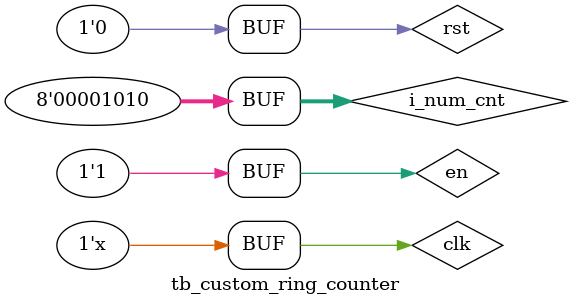
<source format=v>
module tb_custom_ring_counter;
    reg clk;
    reg rst;
    reg en;
    reg [7:0] i_num_cnt;
    wire [7:0] out;
    wire is_done_o;

    always #5 clk = ~clk;
    initial begin
        #0 clk = 0; rst = 1; en = 0; i_num_cnt = 8'b0;
        #50 rst = 0;
        #10 en = 1; i_num_cnt = 8'b0000_1010;
        #1000;
    end
    custom_ring_couter custom_ring_couter_inst(
        .clk(clk), 
        .rst(rst), 
        .en(en),
        .i_num_cnt(i_num_cnt),
        .out(out),
        .is_done_o(is_done_o)
    );
endmodule
</source>
